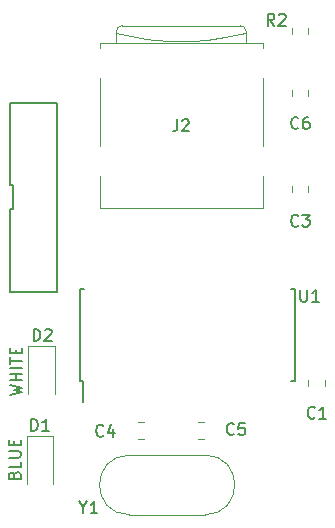
<source format=gto>
G04 #@! TF.GenerationSoftware,KiCad,Pcbnew,(5.0.0-3-g5ebb6b6)*
G04 #@! TF.CreationDate,2020-02-17T18:56:09-04:00*
G04 #@! TF.ProjectId,rocketlog,726F636B65746C6F672E6B696361645F,rev?*
G04 #@! TF.SameCoordinates,Original*
G04 #@! TF.FileFunction,Legend,Top*
G04 #@! TF.FilePolarity,Positive*
%FSLAX46Y46*%
G04 Gerber Fmt 4.6, Leading zero omitted, Abs format (unit mm)*
G04 Created by KiCad (PCBNEW (5.0.0-3-g5ebb6b6)) date Monday, February 17, 2020 at 06:56:09 PM*
%MOMM*%
%LPD*%
G01*
G04 APERTURE LIST*
%ADD10C,0.150000*%
%ADD11C,0.120000*%
G04 APERTURE END LIST*
D10*
X126064971Y-103620723D02*
X126112590Y-103477866D01*
X126160209Y-103430247D01*
X126255447Y-103382628D01*
X126398304Y-103382628D01*
X126493542Y-103430247D01*
X126541161Y-103477866D01*
X126588780Y-103573104D01*
X126588780Y-103954057D01*
X125588780Y-103954057D01*
X125588780Y-103620723D01*
X125636400Y-103525485D01*
X125684019Y-103477866D01*
X125779257Y-103430247D01*
X125874495Y-103430247D01*
X125969733Y-103477866D01*
X126017352Y-103525485D01*
X126064971Y-103620723D01*
X126064971Y-103954057D01*
X126588780Y-102477866D02*
X126588780Y-102954057D01*
X125588780Y-102954057D01*
X125588780Y-102144533D02*
X126398304Y-102144533D01*
X126493542Y-102096914D01*
X126541161Y-102049295D01*
X126588780Y-101954057D01*
X126588780Y-101763580D01*
X126541161Y-101668342D01*
X126493542Y-101620723D01*
X126398304Y-101573104D01*
X125588780Y-101573104D01*
X126064971Y-101096914D02*
X126064971Y-100763580D01*
X126588780Y-100620723D02*
X126588780Y-101096914D01*
X125588780Y-101096914D01*
X125588780Y-100620723D01*
X125715780Y-96842009D02*
X126715780Y-96603914D01*
X126001495Y-96413438D01*
X126715780Y-96222961D01*
X125715780Y-95984866D01*
X126715780Y-95603914D02*
X125715780Y-95603914D01*
X126191971Y-95603914D02*
X126191971Y-95032485D01*
X126715780Y-95032485D02*
X125715780Y-95032485D01*
X126715780Y-94556295D02*
X125715780Y-94556295D01*
X125715780Y-94222961D02*
X125715780Y-93651533D01*
X126715780Y-93937247D02*
X125715780Y-93937247D01*
X126191971Y-93318200D02*
X126191971Y-92984866D01*
X126715780Y-92842009D02*
X126715780Y-93318200D01*
X125715780Y-93318200D01*
X125715780Y-92842009D01*
G04 #@! TO.C,J4*
X129676400Y-72086200D02*
X125676400Y-72086200D01*
X129676400Y-88086200D02*
X129676400Y-72086200D01*
X125676400Y-88086200D02*
X129676400Y-88086200D01*
X125676400Y-81086200D02*
X125676400Y-88086200D01*
X125976400Y-81086200D02*
X125676400Y-81086200D01*
X125976400Y-79086200D02*
X125976400Y-81086200D01*
X125676400Y-79086200D02*
X125976400Y-79086200D01*
X125676400Y-72086200D02*
X125676400Y-79086200D01*
D11*
G04 #@! TO.C,Y1*
X142190400Y-106969800D02*
G75*
G03X142190400Y-101919800I0J2525000D01*
G01*
X135790400Y-106969800D02*
G75*
G02X135790400Y-101919800I0J2525000D01*
G01*
X135790400Y-106969800D02*
X142190400Y-106969800D01*
X135790400Y-101919800D02*
X142190400Y-101919800D01*
G04 #@! TO.C,C6*
X150951000Y-71517252D02*
X150951000Y-70994748D01*
X149531000Y-71517252D02*
X149531000Y-70994748D01*
G04 #@! TO.C,R2*
X149531000Y-65778748D02*
X149531000Y-66301252D01*
X150951000Y-65778748D02*
X150951000Y-66301252D01*
G04 #@! TO.C,C1*
X150928000Y-96111852D02*
X150928000Y-95589348D01*
X152348000Y-96111852D02*
X152348000Y-95589348D01*
G04 #@! TO.C,C3*
X149531000Y-79627252D02*
X149531000Y-79104748D01*
X150951000Y-79627252D02*
X150951000Y-79104748D01*
G04 #@! TO.C,C4*
X137031252Y-100557400D02*
X136508748Y-100557400D01*
X137031252Y-99137400D02*
X136508748Y-99137400D01*
G04 #@! TO.C,C5*
X142120252Y-99137400D02*
X141597748Y-99137400D01*
X142120252Y-100557400D02*
X141597748Y-100557400D01*
G04 #@! TO.C,D1*
X127084200Y-100344900D02*
X127084200Y-104404900D01*
X129354200Y-100344900D02*
X127084200Y-100344900D01*
X129354200Y-104404900D02*
X129354200Y-100344900D01*
G04 #@! TO.C,D2*
X129455800Y-96784900D02*
X129455800Y-92724900D01*
X129455800Y-92724900D02*
X127185800Y-92724900D01*
X127185800Y-92724900D02*
X127185800Y-96784900D01*
D10*
G04 #@! TO.C,U1*
X131591000Y-95619800D02*
X131841000Y-95619800D01*
X131591000Y-87869800D02*
X131936000Y-87869800D01*
X149841000Y-87869800D02*
X149496000Y-87869800D01*
X149841000Y-95619800D02*
X149496000Y-95619800D01*
X131591000Y-95619800D02*
X131591000Y-87869800D01*
X149841000Y-95619800D02*
X149841000Y-87869800D01*
X131841000Y-95619800D02*
X131841000Y-97444800D01*
D11*
G04 #@! TO.C,J2*
X135182600Y-65562600D02*
G75*
G03X134682600Y-66062600I0J-500000D01*
G01*
X145682600Y-66062600D02*
G75*
G03X145182600Y-65562600I-500000J0D01*
G01*
X133272600Y-67062600D02*
X133272600Y-67462600D01*
X133272600Y-69982600D02*
X133272600Y-75762600D01*
X133272600Y-78282600D02*
X133272600Y-80982600D01*
X147092600Y-69982600D02*
X147092600Y-75762600D01*
X147092600Y-67062600D02*
X147092600Y-67462600D01*
X147092600Y-78282600D02*
X147092600Y-80982600D01*
X147092600Y-80982600D02*
X133272600Y-80982600D01*
X133272600Y-67062600D02*
X147092600Y-67062600D01*
X145682600Y-67062600D02*
X145682600Y-66062600D01*
X134682600Y-67062600D02*
X134682600Y-66062600D01*
X135182600Y-65562600D02*
X145182600Y-65562600D01*
X134682600Y-66162600D02*
X135482600Y-66362600D01*
X135482600Y-66362600D02*
X137182600Y-66662600D01*
X137182600Y-66662600D02*
X137982600Y-66762600D01*
X137982600Y-66762600D02*
X139282600Y-66862600D01*
X139282600Y-66862600D02*
X141082600Y-66862600D01*
X141082600Y-66862600D02*
X142382600Y-66762600D01*
X142382600Y-66762600D02*
X143882600Y-66562600D01*
X143882600Y-66562600D02*
X145182600Y-66262600D01*
X145182600Y-66262600D02*
X145682600Y-66162600D01*
G04 #@! TO.C,Y1*
D10*
X131883209Y-106351390D02*
X131883209Y-106827580D01*
X131549876Y-105827580D02*
X131883209Y-106351390D01*
X132216542Y-105827580D01*
X133073685Y-106827580D02*
X132502257Y-106827580D01*
X132787971Y-106827580D02*
X132787971Y-105827580D01*
X132692733Y-105970438D01*
X132597495Y-106065676D01*
X132502257Y-106113295D01*
G04 #@! TO.C,C6*
X150099733Y-74220342D02*
X150052114Y-74267961D01*
X149909257Y-74315580D01*
X149814019Y-74315580D01*
X149671161Y-74267961D01*
X149575923Y-74172723D01*
X149528304Y-74077485D01*
X149480685Y-73887009D01*
X149480685Y-73744152D01*
X149528304Y-73553676D01*
X149575923Y-73458438D01*
X149671161Y-73363200D01*
X149814019Y-73315580D01*
X149909257Y-73315580D01*
X150052114Y-73363200D01*
X150099733Y-73410819D01*
X150956876Y-73315580D02*
X150766400Y-73315580D01*
X150671161Y-73363200D01*
X150623542Y-73410819D01*
X150528304Y-73553676D01*
X150480685Y-73744152D01*
X150480685Y-74125104D01*
X150528304Y-74220342D01*
X150575923Y-74267961D01*
X150671161Y-74315580D01*
X150861638Y-74315580D01*
X150956876Y-74267961D01*
X151004495Y-74220342D01*
X151052114Y-74125104D01*
X151052114Y-73887009D01*
X151004495Y-73791771D01*
X150956876Y-73744152D01*
X150861638Y-73696533D01*
X150671161Y-73696533D01*
X150575923Y-73744152D01*
X150528304Y-73791771D01*
X150480685Y-73887009D01*
G04 #@! TO.C,R2*
X148067733Y-65552580D02*
X147734400Y-65076390D01*
X147496304Y-65552580D02*
X147496304Y-64552580D01*
X147877257Y-64552580D01*
X147972495Y-64600200D01*
X148020114Y-64647819D01*
X148067733Y-64743057D01*
X148067733Y-64885914D01*
X148020114Y-64981152D01*
X147972495Y-65028771D01*
X147877257Y-65076390D01*
X147496304Y-65076390D01*
X148448685Y-64647819D02*
X148496304Y-64600200D01*
X148591542Y-64552580D01*
X148829638Y-64552580D01*
X148924876Y-64600200D01*
X148972495Y-64647819D01*
X149020114Y-64743057D01*
X149020114Y-64838295D01*
X148972495Y-64981152D01*
X148401066Y-65552580D01*
X149020114Y-65552580D01*
G04 #@! TO.C,C1*
X151496733Y-98731342D02*
X151449114Y-98778961D01*
X151306257Y-98826580D01*
X151211019Y-98826580D01*
X151068161Y-98778961D01*
X150972923Y-98683723D01*
X150925304Y-98588485D01*
X150877685Y-98398009D01*
X150877685Y-98255152D01*
X150925304Y-98064676D01*
X150972923Y-97969438D01*
X151068161Y-97874200D01*
X151211019Y-97826580D01*
X151306257Y-97826580D01*
X151449114Y-97874200D01*
X151496733Y-97921819D01*
X152449114Y-98826580D02*
X151877685Y-98826580D01*
X152163400Y-98826580D02*
X152163400Y-97826580D01*
X152068161Y-97969438D01*
X151972923Y-98064676D01*
X151877685Y-98112295D01*
G04 #@! TO.C,C3*
X150099733Y-82475342D02*
X150052114Y-82522961D01*
X149909257Y-82570580D01*
X149814019Y-82570580D01*
X149671161Y-82522961D01*
X149575923Y-82427723D01*
X149528304Y-82332485D01*
X149480685Y-82142009D01*
X149480685Y-81999152D01*
X149528304Y-81808676D01*
X149575923Y-81713438D01*
X149671161Y-81618200D01*
X149814019Y-81570580D01*
X149909257Y-81570580D01*
X150052114Y-81618200D01*
X150099733Y-81665819D01*
X150433066Y-81570580D02*
X151052114Y-81570580D01*
X150718780Y-81951533D01*
X150861638Y-81951533D01*
X150956876Y-81999152D01*
X151004495Y-82046771D01*
X151052114Y-82142009D01*
X151052114Y-82380104D01*
X151004495Y-82475342D01*
X150956876Y-82522961D01*
X150861638Y-82570580D01*
X150575923Y-82570580D01*
X150480685Y-82522961D01*
X150433066Y-82475342D01*
G04 #@! TO.C,C4*
X133589733Y-100255342D02*
X133542114Y-100302961D01*
X133399257Y-100350580D01*
X133304019Y-100350580D01*
X133161161Y-100302961D01*
X133065923Y-100207723D01*
X133018304Y-100112485D01*
X132970685Y-99922009D01*
X132970685Y-99779152D01*
X133018304Y-99588676D01*
X133065923Y-99493438D01*
X133161161Y-99398200D01*
X133304019Y-99350580D01*
X133399257Y-99350580D01*
X133542114Y-99398200D01*
X133589733Y-99445819D01*
X134446876Y-99683914D02*
X134446876Y-100350580D01*
X134208780Y-99302961D02*
X133970685Y-100017247D01*
X134589733Y-100017247D01*
G04 #@! TO.C,C5*
X144638733Y-100128342D02*
X144591114Y-100175961D01*
X144448257Y-100223580D01*
X144353019Y-100223580D01*
X144210161Y-100175961D01*
X144114923Y-100080723D01*
X144067304Y-99985485D01*
X144019685Y-99795009D01*
X144019685Y-99652152D01*
X144067304Y-99461676D01*
X144114923Y-99366438D01*
X144210161Y-99271200D01*
X144353019Y-99223580D01*
X144448257Y-99223580D01*
X144591114Y-99271200D01*
X144638733Y-99318819D01*
X145543495Y-99223580D02*
X145067304Y-99223580D01*
X145019685Y-99699771D01*
X145067304Y-99652152D01*
X145162542Y-99604533D01*
X145400638Y-99604533D01*
X145495876Y-99652152D01*
X145543495Y-99699771D01*
X145591114Y-99795009D01*
X145591114Y-100033104D01*
X145543495Y-100128342D01*
X145495876Y-100175961D01*
X145400638Y-100223580D01*
X145162542Y-100223580D01*
X145067304Y-100175961D01*
X145019685Y-100128342D01*
G04 #@! TO.C,D1*
X127481104Y-99869780D02*
X127481104Y-98869780D01*
X127719200Y-98869780D01*
X127862057Y-98917400D01*
X127957295Y-99012638D01*
X128004914Y-99107876D01*
X128052533Y-99298352D01*
X128052533Y-99441209D01*
X128004914Y-99631685D01*
X127957295Y-99726923D01*
X127862057Y-99822161D01*
X127719200Y-99869780D01*
X127481104Y-99869780D01*
X129004914Y-99869780D02*
X128433485Y-99869780D01*
X128719200Y-99869780D02*
X128719200Y-98869780D01*
X128623961Y-99012638D01*
X128528723Y-99107876D01*
X128433485Y-99155495D01*
G04 #@! TO.C,D2*
X127682704Y-92249780D02*
X127682704Y-91249780D01*
X127920800Y-91249780D01*
X128063657Y-91297400D01*
X128158895Y-91392638D01*
X128206514Y-91487876D01*
X128254133Y-91678352D01*
X128254133Y-91821209D01*
X128206514Y-92011685D01*
X128158895Y-92106923D01*
X128063657Y-92202161D01*
X127920800Y-92249780D01*
X127682704Y-92249780D01*
X128635085Y-91345019D02*
X128682704Y-91297400D01*
X128777942Y-91249780D01*
X129016038Y-91249780D01*
X129111276Y-91297400D01*
X129158895Y-91345019D01*
X129206514Y-91440257D01*
X129206514Y-91535495D01*
X129158895Y-91678352D01*
X128587466Y-92249780D01*
X129206514Y-92249780D01*
G04 #@! TO.C,U1*
X150266495Y-87920580D02*
X150266495Y-88730104D01*
X150314114Y-88825342D01*
X150361733Y-88872961D01*
X150456971Y-88920580D01*
X150647447Y-88920580D01*
X150742685Y-88872961D01*
X150790304Y-88825342D01*
X150837923Y-88730104D01*
X150837923Y-87920580D01*
X151837923Y-88920580D02*
X151266495Y-88920580D01*
X151552209Y-88920580D02*
X151552209Y-87920580D01*
X151456971Y-88063438D01*
X151361733Y-88158676D01*
X151266495Y-88206295D01*
G04 #@! TO.C,J2*
X139838676Y-73499866D02*
X139838676Y-74214152D01*
X139791057Y-74357009D01*
X139695819Y-74452247D01*
X139552962Y-74499866D01*
X139457724Y-74499866D01*
X140267248Y-73595105D02*
X140314867Y-73547486D01*
X140410105Y-73499866D01*
X140648200Y-73499866D01*
X140743438Y-73547486D01*
X140791057Y-73595105D01*
X140838676Y-73690343D01*
X140838676Y-73785581D01*
X140791057Y-73928438D01*
X140219629Y-74499866D01*
X140838676Y-74499866D01*
G04 #@! TD*
M02*

</source>
